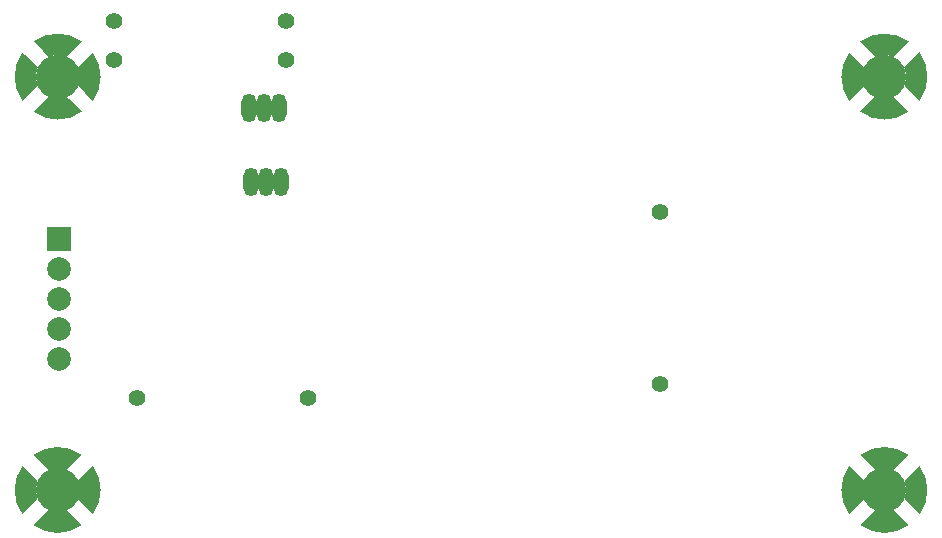
<source format=gbs>
G04 ================== begin FILE IDENTIFICATION RECORD ==================*
G04 Layout Name:  E:/FACOMSA/allegro/TFG_RECEIVER_0V5.brd*
G04 Film Name:    PCB_ReceiverSoldermaskBOTTOM*
G04 File Format:  Gerber RS274X*
G04 File Origin:  Cadence Allegro 17.0-S002*
G04 Origin Date:  Mon Mar 27 20:28:53 2023*
G04 *
G04 Layer:  BOARD GEOMETRY/SOLDERMASK_BOTTOM*
G04 Layer:  VIA CLASS/SOLDERMASK_BOTTOM*
G04 Layer:  PACKAGE GEOMETRY/SOLDERMASK_BOTTOM*
G04 Layer:  PIN/SOLDERMASK_BOTTOM*
G04 *
G04 Offset:    (0.0000 0.0000)*
G04 Mirror:    No*
G04 Mode:      Positive*
G04 Rotation:  0*
G04 FullContactRelief:  No*
G04 UndefLineWidth:     0.0000*
G04 ================== end FILE IDENTIFICATION RECORD ====================*
%FSAX34Y34*MOMM*%
%IR0*IPPOS*OFA0.00000B0.00000*MIA0B0*SFA1.00000B1.00000*%
%ADD14O,1.3X2.4*%
%ADD11C,2.*%
%ADD13C,1.4*%
%ADD12R,2.X2.*%
%ADD10C,3.75*%
G75*
%LPD*%
G75*
G36*
G01X0133000Y0076300D02*
G02Y0091700I0016588J0007700D01*
G01X0120200Y0104500D01*
G03Y0063400I0028310J-0020550D01*
G01X0133000Y0076300D01*
G37*
G36*
G01Y0426300D02*
G02Y0441700I0016588J0007700D01*
G01X0120200Y0454500D01*
G03Y0413400I0028310J-0020550D01*
G01X0133000Y0426300D01*
G37*
G36*
G01X0157700Y0067000D02*
G02X0142300I-0007700J0016585D01*
G01X0129500Y0054200D01*
G03X0170500I0020500J0028360D01*
G01X0157700Y0067000D01*
G37*
G36*
G01X0142300Y0101000D02*
G02X0157700I0007700J-0016585D01*
G01X0170500Y0113800D01*
G03X0129500I-0020500J-0028265D01*
G01X0142300Y0101000D01*
G37*
G36*
G01X0167000Y0091700D02*
G02Y0076300I-0016588J-0007700D01*
G01X0179800Y0063400D01*
G03Y0104500I-0028438J0020550D01*
G01X0167000Y0091700D01*
G37*
G36*
G01X0157700Y0417000D02*
G02X0142300I-0007700J0016585D01*
G01X0129500Y0404200D01*
G03X0170500I0020500J0028360D01*
G01X0157700Y0417000D01*
G37*
G36*
G01X0167000Y0441700D02*
G02Y0426300I-0016588J-0007700D01*
G01X0179800Y0413400D01*
G03Y0454500I-0028438J0020550D01*
G01X0167000Y0441700D01*
G37*
G36*
G01X0142300Y0451000D02*
G02X0157700I0007700J-0016585D01*
G01X0170500Y0463800D01*
G03X0129500I-0020500J-0028265D01*
G01X0142300Y0451000D01*
G37*
G36*
G01X0857700Y0067000D02*
G02X0842300I-0007700J0016585D01*
G01X0829500Y0054200D01*
G03X0870500I0020500J0028360D01*
G01X0857700Y0067000D01*
G37*
G36*
G01X0842300Y0101000D02*
G02X0857700I0007700J-0016585D01*
G01X0870500Y0113800D01*
G03X0829500I-0020500J-0028265D01*
G01X0842300Y0101000D01*
G37*
G36*
G01X0833000Y0076300D02*
G02Y0091700I0016588J0007700D01*
G01X0820200Y0104500D01*
G03Y0063400I0028310J-0020550D01*
G01X0833000Y0076300D01*
G37*
G36*
G01Y0426300D02*
G02Y0441700I0016588J0007700D01*
G01X0820200Y0454500D01*
G03Y0413400I0028310J-0020550D01*
G01X0833000Y0426300D01*
G37*
G36*
G01X0857700Y0417000D02*
G02X0842300I-0007700J0016585D01*
G01X0829500Y0404200D01*
G03X0870500I0020500J0028360D01*
G01X0857700Y0417000D01*
G37*
G36*
G01X0842300Y0451000D02*
G02X0857700I0007700J-0016585D01*
G01X0870500Y0463800D01*
G03X0829500I-0020500J-0028265D01*
G01X0842300Y0451000D01*
G37*
G36*
G01X0867000Y0091700D02*
G02Y0076300I-0016588J-0007700D01*
G01X0879800Y0063400D01*
G03Y0104500I-0028438J0020550D01*
G01X0867000Y0091700D01*
G37*
G36*
G01Y0441700D02*
G02Y0426300I-0016588J-0007700D01*
G01X0879800Y0413400D01*
G03Y0454500I-0028438J0020550D01*
G01X0867000Y0441700D01*
G37*
G54D10*
X0150000Y0084000D03*
Y0434000D03*
X0850000Y0084000D03*
Y0434000D03*
G54D11*
X0151000Y0195200D03*
Y0220600D03*
Y0246000D03*
Y0271400D03*
G54D12*
Y0296800D03*
G54D13*
X0217000Y0162000D03*
X0198000Y0448000D03*
Y0481000D03*
X0362000Y0162000D03*
X0343000Y0448000D03*
Y0481000D03*
X0660000Y0174000D03*
Y0319000D03*
G54D14*
X0313300Y0345120D03*
X0312300Y0407120D03*
X0326000Y0345120D03*
X0338700D03*
X0325000Y0407120D03*
X0337700D03*
M02*

</source>
